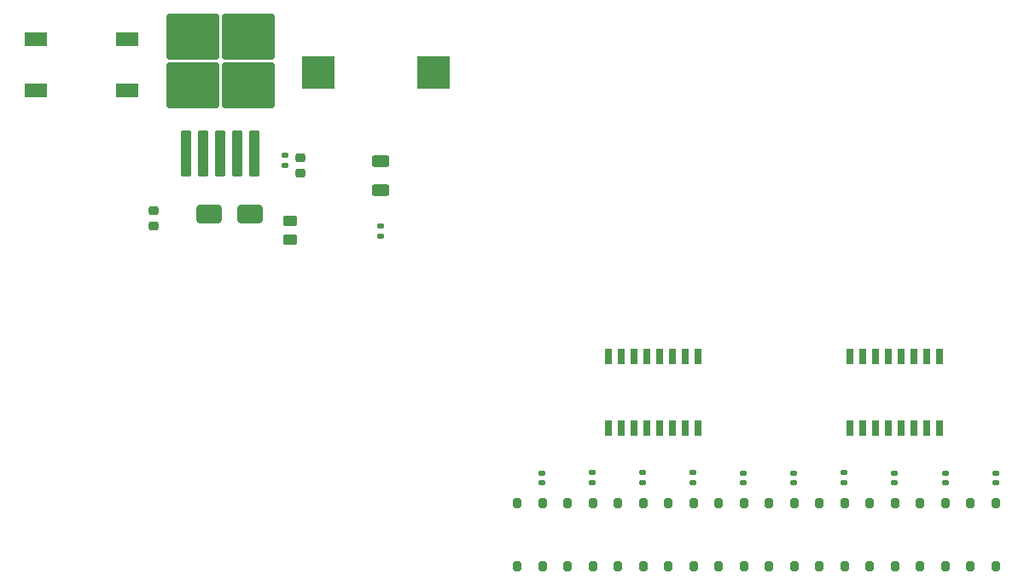
<source format=gbr>
%TF.GenerationSoftware,KiCad,Pcbnew,8.0.4-8.0.4-0~ubuntu22.04.1*%
%TF.CreationDate,2024-08-07T11:40:53-06:00*%
%TF.ProjectId,Sprinkler Controller,53707269-6e6b-46c6-9572-20436f6e7472,rev?*%
%TF.SameCoordinates,Original*%
%TF.FileFunction,Paste,Top*%
%TF.FilePolarity,Positive*%
%FSLAX46Y46*%
G04 Gerber Fmt 4.6, Leading zero omitted, Abs format (unit mm)*
G04 Created by KiCad (PCBNEW 8.0.4-8.0.4-0~ubuntu22.04.1) date 2024-08-07 11:40:53*
%MOMM*%
%LPD*%
G01*
G04 APERTURE LIST*
G04 Aperture macros list*
%AMRoundRect*
0 Rectangle with rounded corners*
0 $1 Rounding radius*
0 $2 $3 $4 $5 $6 $7 $8 $9 X,Y pos of 4 corners*
0 Add a 4 corners polygon primitive as box body*
4,1,4,$2,$3,$4,$5,$6,$7,$8,$9,$2,$3,0*
0 Add four circle primitives for the rounded corners*
1,1,$1+$1,$2,$3*
1,1,$1+$1,$4,$5*
1,1,$1+$1,$6,$7*
1,1,$1+$1,$8,$9*
0 Add four rect primitives between the rounded corners*
20,1,$1+$1,$2,$3,$4,$5,0*
20,1,$1+$1,$4,$5,$6,$7,0*
20,1,$1+$1,$6,$7,$8,$9,0*
20,1,$1+$1,$8,$9,$2,$3,0*%
G04 Aperture macros list end*
%ADD10RoundRect,0.250000X-0.625000X0.312500X-0.625000X-0.312500X0.625000X-0.312500X0.625000X0.312500X0*%
%ADD11RoundRect,0.250000X-0.450000X0.262500X-0.450000X-0.262500X0.450000X-0.262500X0.450000X0.262500X0*%
%ADD12RoundRect,0.147500X0.172500X-0.147500X0.172500X0.147500X-0.172500X0.147500X-0.172500X-0.147500X0*%
%ADD13RoundRect,0.225000X-0.250000X0.225000X-0.250000X-0.225000X0.250000X-0.225000X0.250000X0.225000X0*%
%ADD14RoundRect,0.140000X-0.170000X0.140000X-0.170000X-0.140000X0.170000X-0.140000X0.170000X0.140000X0*%
%ADD15RoundRect,0.225000X0.250000X-0.225000X0.250000X0.225000X-0.250000X0.225000X-0.250000X-0.225000X0*%
%ADD16RoundRect,0.200000X-0.200000X0.300000X-0.200000X-0.300000X0.200000X-0.300000X0.200000X0.300000X0*%
%ADD17RoundRect,0.250000X0.300000X-2.050000X0.300000X2.050000X-0.300000X2.050000X-0.300000X-2.050000X0*%
%ADD18RoundRect,0.250000X2.375000X-2.025000X2.375000X2.025000X-2.375000X2.025000X-2.375000X-2.025000X0*%
%ADD19R,2.300000X1.350000*%
%ADD20R,3.175000X3.300000*%
%ADD21R,0.700000X1.505000*%
%ADD22RoundRect,0.250000X-1.000000X-0.650000X1.000000X-0.650000X1.000000X0.650000X-1.000000X0.650000X0*%
G04 APERTURE END LIST*
D10*
%TO.C,R2*%
X146000000Y-98537500D03*
X146000000Y-101462500D03*
%TD*%
D11*
%TO.C,R1*%
X137000000Y-104500000D03*
X137000000Y-106325000D03*
%TD*%
D12*
%TO.C,D12*%
X207000000Y-130500000D03*
X207000000Y-129530000D03*
%TD*%
%TO.C,D11*%
X202000000Y-130500000D03*
X202000000Y-129530000D03*
%TD*%
%TO.C,D10*%
X197000000Y-130500000D03*
X197000000Y-129530000D03*
%TD*%
%TO.C,D9*%
X192000000Y-130470000D03*
X192000000Y-129500000D03*
%TD*%
%TO.C,D8*%
X187000000Y-130500000D03*
X187000000Y-129530000D03*
%TD*%
%TO.C,D7*%
X182000000Y-130485000D03*
X182000000Y-129515000D03*
%TD*%
%TO.C,D6*%
X177000000Y-130470000D03*
X177000000Y-129500000D03*
%TD*%
%TO.C,D5*%
X172000000Y-130470000D03*
X172000000Y-129500000D03*
%TD*%
%TO.C,D4*%
X167000000Y-130470000D03*
X167000000Y-129500000D03*
%TD*%
%TO.C,D3*%
X162000000Y-130485000D03*
X162000000Y-129515000D03*
%TD*%
%TO.C,D2*%
X146000000Y-106000000D03*
X146000000Y-105030000D03*
%TD*%
D13*
%TO.C,C5*%
X138000000Y-98225000D03*
X138000000Y-99775000D03*
%TD*%
D14*
%TO.C,C4*%
X136500000Y-98000000D03*
X136500000Y-98960000D03*
%TD*%
D15*
%TO.C,C3*%
X123500000Y-105000000D03*
X123500000Y-103450000D03*
%TD*%
D16*
%TO.C,U2*%
X162040000Y-132500000D03*
X159500000Y-132500000D03*
X162040000Y-138750000D03*
X159500000Y-138750000D03*
%TD*%
%TO.C,U11*%
X207040000Y-132500000D03*
X204500000Y-132500000D03*
X207040000Y-138750000D03*
X204500000Y-138750000D03*
%TD*%
D17*
%TO.C,U12*%
X126700000Y-97775000D03*
X128400000Y-97775000D03*
X130100000Y-97775000D03*
D18*
X127325000Y-91050000D03*
X132875000Y-91050000D03*
X127325000Y-86200000D03*
X132875000Y-86200000D03*
D17*
X131800000Y-97775000D03*
X133500000Y-97775000D03*
%TD*%
D16*
%TO.C,U10*%
X202040000Y-132500000D03*
X199500000Y-132500000D03*
X202040000Y-138750000D03*
X199500000Y-138750000D03*
%TD*%
D19*
%TO.C,BR1*%
X120850000Y-91550000D03*
X120850000Y-86450000D03*
X111800000Y-86450000D03*
X111800000Y-91550000D03*
%TD*%
D20*
%TO.C,L1*%
X139785000Y-89775000D03*
X151215000Y-89775000D03*
%TD*%
D21*
%TO.C,RN1*%
X177445000Y-117952000D03*
X176175000Y-117952000D03*
X174905000Y-117952000D03*
X173635000Y-117952000D03*
X172365000Y-117952000D03*
X171095000Y-117952000D03*
X169825000Y-117952000D03*
X168555000Y-117952000D03*
X168555000Y-125048000D03*
X169825000Y-125048000D03*
X171095000Y-125048000D03*
X172365000Y-125048000D03*
X173635000Y-125048000D03*
X174905000Y-125048000D03*
X176175000Y-125048000D03*
X177445000Y-125048000D03*
%TD*%
D16*
%TO.C,U7*%
X187040000Y-132500000D03*
X184500000Y-132500000D03*
X187040000Y-138750000D03*
X184500000Y-138750000D03*
%TD*%
%TO.C,U4*%
X172040000Y-132500000D03*
X169500000Y-132500000D03*
X172040000Y-138750000D03*
X169500000Y-138750000D03*
%TD*%
%TO.C,U9*%
X197040000Y-132500000D03*
X194500000Y-132500000D03*
X197040000Y-138750000D03*
X194500000Y-138750000D03*
%TD*%
%TO.C,U6*%
X182040000Y-132500000D03*
X179500000Y-132500000D03*
X182040000Y-138750000D03*
X179500000Y-138750000D03*
%TD*%
%TO.C,U5*%
X177040000Y-132500000D03*
X174500000Y-132500000D03*
X177040000Y-138750000D03*
X174500000Y-138750000D03*
%TD*%
%TO.C,U8*%
X192040000Y-132500000D03*
X189500000Y-132500000D03*
X192040000Y-138750000D03*
X189500000Y-138750000D03*
%TD*%
D22*
%TO.C,D1*%
X129000000Y-103775000D03*
X133000000Y-103775000D03*
%TD*%
D16*
%TO.C,U3*%
X167040000Y-132500000D03*
X164500000Y-132500000D03*
X167040000Y-138750000D03*
X164500000Y-138750000D03*
%TD*%
D21*
%TO.C,RN2*%
X201445000Y-117952000D03*
X200175000Y-117952000D03*
X198905000Y-117952000D03*
X197635000Y-117952000D03*
X196365000Y-117952000D03*
X195095000Y-117952000D03*
X193825000Y-117952000D03*
X192555000Y-117952000D03*
X192555000Y-125048000D03*
X193825000Y-125048000D03*
X195095000Y-125048000D03*
X196365000Y-125048000D03*
X197635000Y-125048000D03*
X198905000Y-125048000D03*
X200175000Y-125048000D03*
X201445000Y-125048000D03*
%TD*%
M02*

</source>
